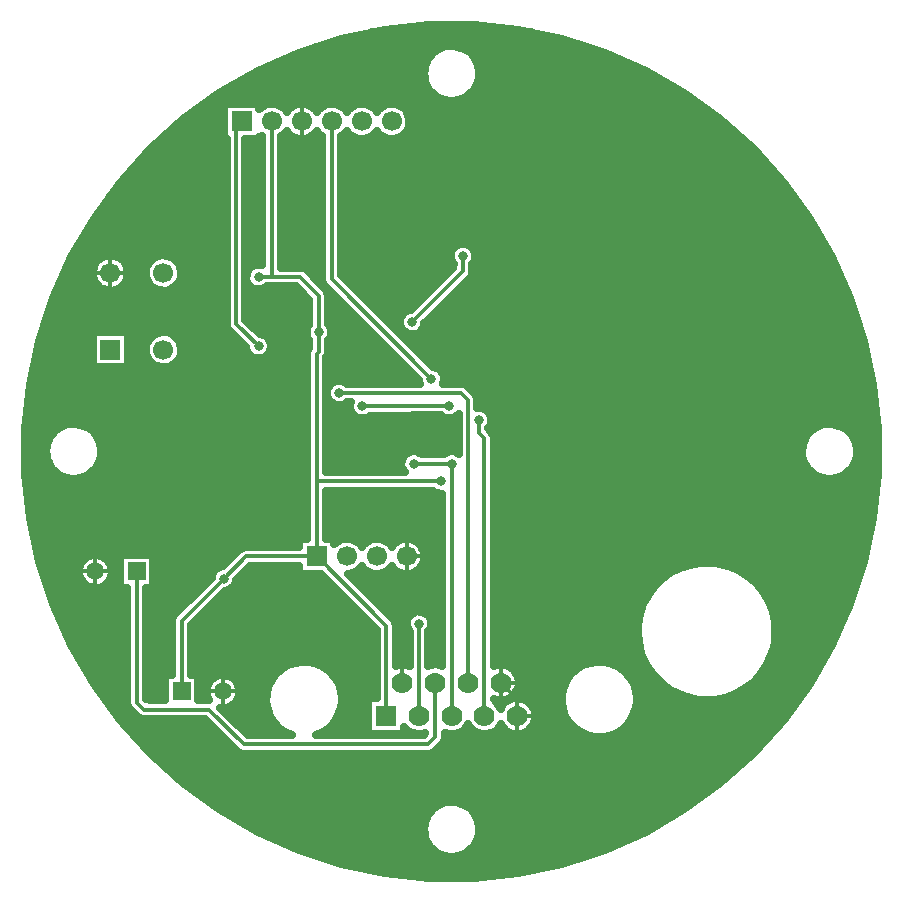
<source format=gbl>
G04 DipTrace 2.4.0.2*
%INlaunchcam.GBL*%
%MOIN*%
%ADD13C,0.0118*%
%ADD14C,0.025*%
%ADD17R,0.0591X0.0591*%
%ADD18C,0.0591*%
%ADD19R,0.0669X0.0669*%
%ADD20C,0.0669*%
%ADD29C,0.07*%
%ADD30R,0.07X0.07*%
%ADD33C,0.0315*%
%FSLAX44Y44*%
G04*
G70*
G90*
G75*
G01*
%LNBottom*%
%LPD*%
X20127Y10789D2*
D13*
X20677Y10239D1*
Y9669D1*
X16997Y14997D2*
Y13876D1*
X16857Y13736D1*
Y10789D1*
X10875Y11774D2*
Y10497D1*
X13497Y26505D2*
Y26997D1*
Y28497D1*
Y29497D1*
X21264Y16497D2*
Y17497D1*
X13497Y28497D2*
D3*
Y26997D2*
D3*
X18394Y20001D2*
X15520D1*
X9497Y10497D2*
Y12849D1*
X10902Y14255D1*
X12497Y29497D2*
Y24304D1*
X12064D1*
X14068Y22461D2*
Y21818D1*
X13997Y21747D1*
Y17497D1*
Y14997D1*
X16317Y12677D1*
Y9669D1*
X10902Y14255D2*
X11644Y14997D1*
X13997D1*
Y17497D2*
X18127D1*
X12064Y24304D2*
X13440D1*
X14068Y23676D1*
Y22461D1*
X7997Y14497D2*
Y10121D1*
X8233Y9885D1*
X10414D1*
X11571Y8727D1*
X17711D1*
X17947Y8964D1*
Y10789D1*
X17407Y9669D2*
Y12752D1*
X17184Y22809D2*
X18872Y24497D1*
Y24997D1*
X17823Y20913D2*
X14497Y24240D1*
Y29497D1*
X14753Y20441D2*
X18801D1*
X19037Y20204D1*
Y10789D1*
X19410Y19528D2*
Y19106D1*
X19587Y18929D1*
Y9669D1*
X18497Y18087D2*
Y9669D1*
X17233Y18087D2*
X18497D1*
X12060Y22001D2*
X11309Y22751D1*
Y29497D1*
X11497D1*
D33*
X15997Y31497D3*
X14997D3*
X17497Y28497D3*
X17997Y27997D3*
X15497D3*
X13497Y28497D3*
X11997D3*
X13497Y26997D3*
Y25997D3*
X12997Y24997D3*
X13997Y28497D3*
X12997D3*
X21264Y17497D3*
Y16497D3*
X10875Y11774D3*
X13497Y26505D3*
X15520Y20001D3*
X18394D3*
X10902Y14255D3*
X18127Y17497D3*
X14068Y22461D3*
X12064Y24304D3*
X17407Y12752D3*
X17823Y20913D3*
X14753Y20441D3*
X19410Y19528D3*
X17233Y18087D3*
X18497D3*
X12060Y22001D3*
X17184Y22809D3*
X18872Y24997D3*
X15857Y32462D2*
D14*
X21135D1*
X14739Y32213D2*
X22252D1*
X13974Y31965D2*
X18189D1*
X18802D2*
X23018D1*
X13267Y31716D2*
X17803D1*
X19193D2*
X23728D1*
X12708Y31467D2*
X17639D1*
X19357D2*
X24287D1*
X12150Y31219D2*
X17568D1*
X19427D2*
X24846D1*
X11696Y30970D2*
X17568D1*
X19427D2*
X25295D1*
X11267Y30721D2*
X17639D1*
X19357D2*
X25725D1*
X10837Y30473D2*
X17803D1*
X19189D2*
X26158D1*
X10482Y30224D2*
X18197D1*
X18798D2*
X26514D1*
X10138Y29975D2*
X10885D1*
X12864D2*
X13131D1*
X13864D2*
X14131D1*
X14864D2*
X15131D1*
X15864D2*
X16131D1*
X16864D2*
X26853D1*
X9794Y29726D2*
X10885D1*
X17064D2*
X27197D1*
X9474Y29478D2*
X10885D1*
X17110D2*
X27518D1*
X9200Y29229D2*
X10885D1*
X17044D2*
X27795D1*
X8923Y28980D2*
X10885D1*
X12833D2*
X13189D1*
X13802D2*
X14158D1*
X14833D2*
X15189D1*
X15802D2*
X16189D1*
X16802D2*
X28072D1*
X8646Y28732D2*
X10971D1*
X11646D2*
X12158D1*
X12833D2*
X14158D1*
X14833D2*
X28346D1*
X8388Y28483D2*
X10971D1*
X11646D2*
X12158D1*
X12833D2*
X14158D1*
X14833D2*
X28607D1*
X8161Y28234D2*
X10971D1*
X11646D2*
X12158D1*
X12833D2*
X14158D1*
X14833D2*
X28830D1*
X7939Y27986D2*
X10971D1*
X11646D2*
X12158D1*
X12833D2*
X14158D1*
X14833D2*
X29057D1*
X7716Y27737D2*
X10971D1*
X11646D2*
X12158D1*
X12833D2*
X14158D1*
X14833D2*
X29279D1*
X7489Y27488D2*
X10971D1*
X11646D2*
X12158D1*
X12833D2*
X14158D1*
X14833D2*
X29502D1*
X7306Y27240D2*
X10971D1*
X11646D2*
X12158D1*
X12833D2*
X14158D1*
X14833D2*
X29689D1*
X7122Y26991D2*
X10971D1*
X11646D2*
X12158D1*
X12833D2*
X14158D1*
X14833D2*
X29869D1*
X6943Y26742D2*
X10971D1*
X11646D2*
X12158D1*
X12833D2*
X14158D1*
X14833D2*
X30049D1*
X6763Y26494D2*
X10971D1*
X11646D2*
X12158D1*
X12833D2*
X14158D1*
X14833D2*
X30232D1*
X6583Y26245D2*
X10971D1*
X11646D2*
X12158D1*
X12833D2*
X14158D1*
X14833D2*
X30412D1*
X6439Y25996D2*
X10971D1*
X11646D2*
X12158D1*
X12833D2*
X14158D1*
X14833D2*
X30557D1*
X6294Y25747D2*
X10971D1*
X11646D2*
X12158D1*
X12833D2*
X14158D1*
X14833D2*
X30697D1*
X6150Y25499D2*
X10971D1*
X11646D2*
X12158D1*
X12833D2*
X14158D1*
X14833D2*
X30842D1*
X6009Y25250D2*
X10971D1*
X11646D2*
X12158D1*
X12833D2*
X14158D1*
X14833D2*
X18525D1*
X19220D2*
X30986D1*
X5864Y25001D2*
X6916D1*
X7321D2*
X8685D1*
X9095D2*
X10971D1*
X11646D2*
X12158D1*
X12833D2*
X14158D1*
X14833D2*
X18435D1*
X19306D2*
X31131D1*
X5747Y24753D2*
X6596D1*
X7642D2*
X8365D1*
X9415D2*
X10971D1*
X11646D2*
X12158D1*
X12833D2*
X14158D1*
X14833D2*
X18518D1*
X19228D2*
X31244D1*
X5638Y24504D2*
X6510D1*
X7728D2*
X8279D1*
X9501D2*
X10971D1*
X13704D2*
X14158D1*
X14833D2*
X18412D1*
X19208D2*
X31357D1*
X5525Y24255D2*
X6537D1*
X7700D2*
X8307D1*
X9474D2*
X10971D1*
X13954D2*
X14158D1*
X14946D2*
X18166D1*
X19095D2*
X31467D1*
X5415Y24007D2*
X6697D1*
X7540D2*
X8471D1*
X9310D2*
X10971D1*
X11646D2*
X11755D1*
X15196D2*
X17916D1*
X18849D2*
X31576D1*
X5306Y23758D2*
X10971D1*
X11646D2*
X13518D1*
X14392D2*
X14514D1*
X15446D2*
X17666D1*
X18599D2*
X31689D1*
X5204Y23509D2*
X10971D1*
X11646D2*
X13732D1*
X14403D2*
X14760D1*
X15693D2*
X17420D1*
X18349D2*
X31787D1*
X5122Y23261D2*
X10971D1*
X11646D2*
X13732D1*
X14403D2*
X15010D1*
X15943D2*
X17170D1*
X18103D2*
X31869D1*
X5044Y23012D2*
X10971D1*
X11646D2*
X13732D1*
X14403D2*
X15260D1*
X16193D2*
X16803D1*
X17853D2*
X31951D1*
X4962Y22763D2*
X10971D1*
X11763D2*
X13732D1*
X14403D2*
X15506D1*
X16439D2*
X16752D1*
X17618D2*
X32029D1*
X4880Y22515D2*
X11080D1*
X12013D2*
X13635D1*
X14501D2*
X15756D1*
X16689D2*
X16871D1*
X17493D2*
X32111D1*
X4802Y22266D2*
X6506D1*
X7732D2*
X8420D1*
X9360D2*
X11330D1*
X12400D2*
X13682D1*
X14454D2*
X16006D1*
X16939D2*
X32193D1*
X4739Y22017D2*
X6506D1*
X7732D2*
X8295D1*
X9485D2*
X11576D1*
X12493D2*
X13732D1*
X14403D2*
X16252D1*
X17185D2*
X32256D1*
X4685Y21768D2*
X6506D1*
X7732D2*
X8287D1*
X9493D2*
X11697D1*
X12423D2*
X13662D1*
X14400D2*
X16502D1*
X17435D2*
X32307D1*
X4634Y21520D2*
X6506D1*
X7732D2*
X8404D1*
X9376D2*
X13658D1*
X14333D2*
X16752D1*
X17685D2*
X32361D1*
X4579Y21271D2*
X13658D1*
X14333D2*
X16998D1*
X18048D2*
X32412D1*
X4528Y21022D2*
X13658D1*
X14333D2*
X17248D1*
X18243D2*
X32467D1*
X4474Y20774D2*
X13658D1*
X14333D2*
X14490D1*
X15017D2*
X17412D1*
X18235D2*
X32518D1*
X4443Y20525D2*
X13658D1*
X19181D2*
X32553D1*
X4415Y20276D2*
X13658D1*
X19364D2*
X32576D1*
X4392Y20028D2*
X13658D1*
X14333D2*
X15084D1*
X19372D2*
X32603D1*
X4364Y19779D2*
X13658D1*
X14333D2*
X15150D1*
X19759D2*
X32631D1*
X4337Y19530D2*
X13658D1*
X14333D2*
X18701D1*
X19845D2*
X32654D1*
X4314Y19282D2*
X5404D1*
X6392D2*
X13658D1*
X14333D2*
X18701D1*
X19763D2*
X30603D1*
X31587D2*
X32682D1*
X4308Y19033D2*
X5135D1*
X6661D2*
X13658D1*
X14333D2*
X18701D1*
X19907D2*
X30330D1*
X31860D2*
X32685D1*
X4308Y18784D2*
X5006D1*
X6790D2*
X13658D1*
X14333D2*
X18701D1*
X19923D2*
X30201D1*
X31985D2*
X32685D1*
X4308Y18536D2*
X4959D1*
X6837D2*
X13658D1*
X14333D2*
X18701D1*
X19923D2*
X30158D1*
X32032D2*
X32685D1*
X4308Y18287D2*
X4982D1*
X6814D2*
X13658D1*
X14333D2*
X16850D1*
X19923D2*
X30182D1*
X32009D2*
X32685D1*
X4308Y18038D2*
X5084D1*
X6712D2*
X13658D1*
X14333D2*
X16799D1*
X19923D2*
X30279D1*
X31911D2*
X32685D1*
X4308Y17789D2*
X5295D1*
X6501D2*
X13658D1*
X19923D2*
X30490D1*
X31700D2*
X32685D1*
X4329Y17541D2*
X13658D1*
X19923D2*
X32662D1*
X4357Y17292D2*
X13658D1*
X19923D2*
X32639D1*
X4384Y17043D2*
X13658D1*
X14333D2*
X18158D1*
X19923D2*
X32611D1*
X4407Y16795D2*
X13658D1*
X14333D2*
X18158D1*
X19923D2*
X32584D1*
X4435Y16546D2*
X13658D1*
X14333D2*
X18158D1*
X19923D2*
X32560D1*
X4462Y16297D2*
X13658D1*
X14333D2*
X18158D1*
X19923D2*
X32533D1*
X4509Y16049D2*
X13658D1*
X14333D2*
X18158D1*
X19923D2*
X32482D1*
X4564Y15800D2*
X13658D1*
X14333D2*
X18158D1*
X19923D2*
X32432D1*
X4614Y15551D2*
X13385D1*
X14610D2*
X14779D1*
X15216D2*
X15779D1*
X16216D2*
X16779D1*
X17216D2*
X18158D1*
X19923D2*
X32377D1*
X4669Y15303D2*
X11557D1*
X17525D2*
X18158D1*
X19923D2*
X32326D1*
X4724Y15054D2*
X11236D1*
X17607D2*
X18158D1*
X19923D2*
X32271D1*
X4775Y14805D2*
X6139D1*
X7099D2*
X7424D1*
X8571D2*
X10986D1*
X17575D2*
X18158D1*
X19923D2*
X32217D1*
X4857Y14557D2*
X6049D1*
X7189D2*
X7424D1*
X8571D2*
X10600D1*
X11669D2*
X13385D1*
X15411D2*
X15584D1*
X16411D2*
X16584D1*
X17411D2*
X18158D1*
X19923D2*
X25967D1*
X28025D2*
X32139D1*
X4939Y14308D2*
X6080D1*
X7157D2*
X7424D1*
X8571D2*
X10471D1*
X11423D2*
X14221D1*
X15153D2*
X18158D1*
X19923D2*
X25568D1*
X28427D2*
X32057D1*
X5017Y14059D2*
X6264D1*
X6974D2*
X7424D1*
X8571D2*
X10240D1*
X11286D2*
X14467D1*
X15400D2*
X18158D1*
X19923D2*
X25295D1*
X28696D2*
X31975D1*
X5099Y13810D2*
X7658D1*
X8333D2*
X9990D1*
X10923D2*
X14717D1*
X15650D2*
X18158D1*
X19923D2*
X25096D1*
X28900D2*
X31896D1*
X5181Y13562D2*
X7658D1*
X8333D2*
X9744D1*
X10677D2*
X14967D1*
X15900D2*
X18158D1*
X19923D2*
X24943D1*
X29052D2*
X31814D1*
X5271Y13313D2*
X7658D1*
X8333D2*
X9494D1*
X10427D2*
X15213D1*
X16146D2*
X18158D1*
X19923D2*
X24830D1*
X29161D2*
X31725D1*
X5380Y13064D2*
X7658D1*
X8333D2*
X9244D1*
X10177D2*
X15463D1*
X16396D2*
X17115D1*
X17696D2*
X18158D1*
X19923D2*
X24752D1*
X29243D2*
X31611D1*
X5493Y12816D2*
X7658D1*
X8333D2*
X9158D1*
X9931D2*
X15713D1*
X16622D2*
X16975D1*
X17837D2*
X18158D1*
X19923D2*
X24701D1*
X29290D2*
X31502D1*
X5603Y12567D2*
X7658D1*
X8333D2*
X9158D1*
X9833D2*
X15959D1*
X16653D2*
X17014D1*
X17798D2*
X18158D1*
X19923D2*
X24682D1*
X29314D2*
X31393D1*
X5712Y12318D2*
X7658D1*
X8333D2*
X9158D1*
X9833D2*
X15978D1*
X16653D2*
X17068D1*
X17743D2*
X18158D1*
X19923D2*
X24685D1*
X29306D2*
X31279D1*
X5825Y12070D2*
X7658D1*
X8333D2*
X9158D1*
X9833D2*
X15978D1*
X16653D2*
X17068D1*
X17743D2*
X18158D1*
X19923D2*
X24721D1*
X29275D2*
X31170D1*
X5962Y11821D2*
X7658D1*
X8333D2*
X9158D1*
X9833D2*
X15978D1*
X16653D2*
X17068D1*
X17743D2*
X18158D1*
X19923D2*
X24783D1*
X29212D2*
X31029D1*
X6107Y11572D2*
X7658D1*
X8333D2*
X9158D1*
X9833D2*
X15978D1*
X16653D2*
X17068D1*
X17743D2*
X18158D1*
X19923D2*
X24877D1*
X29118D2*
X30889D1*
X6251Y11324D2*
X7658D1*
X8333D2*
X9158D1*
X9833D2*
X12932D1*
X14220D2*
X15978D1*
X20431D2*
X22771D1*
X24060D2*
X25002D1*
X28989D2*
X30744D1*
X6396Y11075D2*
X7658D1*
X8333D2*
X9158D1*
X9833D2*
X12623D1*
X14532D2*
X15978D1*
X20681D2*
X22463D1*
X24372D2*
X25174D1*
X28818D2*
X30600D1*
X6536Y10826D2*
X7658D1*
X8333D2*
X8924D1*
X10071D2*
X10412D1*
X11337D2*
X12443D1*
X14708D2*
X15978D1*
X20755D2*
X22287D1*
X24548D2*
X25404D1*
X28591D2*
X30455D1*
X6704Y10578D2*
X7658D1*
X8333D2*
X8924D1*
X10071D2*
X10307D1*
X11443D2*
X12342D1*
X14810D2*
X15978D1*
X20716D2*
X22182D1*
X24650D2*
X25721D1*
X28275D2*
X30287D1*
X6888Y10329D2*
X7658D1*
X8333D2*
X8924D1*
X10071D2*
X10326D1*
X11423D2*
X12299D1*
X14857D2*
X15978D1*
X20540D2*
X22139D1*
X24696D2*
X26228D1*
X27763D2*
X30107D1*
X7068Y10080D2*
X7662D1*
X11255D2*
X12303D1*
X14849D2*
X15689D1*
X20052D2*
X20209D1*
X21142D2*
X22143D1*
X24689D2*
X29928D1*
X7247Y9831D2*
X7822D1*
X10935D2*
X12357D1*
X14794D2*
X15689D1*
X21282D2*
X22197D1*
X24634D2*
X29744D1*
X7427Y9583D2*
X8131D1*
X11181D2*
X12475D1*
X14681D2*
X15689D1*
X21298D2*
X22314D1*
X24521D2*
X29564D1*
X7646Y9334D2*
X10498D1*
X11431D2*
X12670D1*
X14485D2*
X15689D1*
X21204D2*
X22510D1*
X24325D2*
X29350D1*
X7868Y9085D2*
X10748D1*
X11681D2*
X13029D1*
X14126D2*
X15689D1*
X16946D2*
X17228D1*
X18673D2*
X19412D1*
X19763D2*
X20502D1*
X20853D2*
X22869D1*
X23966D2*
X29123D1*
X8091Y8837D2*
X10994D1*
X18255D2*
X28900D1*
X8318Y8588D2*
X11244D1*
X18036D2*
X28678D1*
X8560Y8339D2*
X28432D1*
X8837Y8091D2*
X28158D1*
X9110Y7842D2*
X27881D1*
X9388Y7593D2*
X27603D1*
X9689Y7345D2*
X27303D1*
X10032Y7096D2*
X26963D1*
X10372Y6847D2*
X26619D1*
X10716Y6598D2*
X17885D1*
X19110D2*
X26279D1*
X11134Y6350D2*
X17678D1*
X19318D2*
X25861D1*
X11564Y6101D2*
X17580D1*
X19411D2*
X25432D1*
X11993Y5852D2*
X17560D1*
X19435D2*
X24998D1*
X12532Y5604D2*
X17607D1*
X19388D2*
X24459D1*
X13091Y5355D2*
X17736D1*
X19255D2*
X23900D1*
X13735Y5106D2*
X18018D1*
X18978D2*
X23260D1*
X14501Y4858D2*
X22494D1*
X15493Y4609D2*
X21502D1*
X17036Y4360D2*
X19955D1*
X9073Y11045D2*
X9187D1*
X9185Y12849D1*
X9209Y12971D1*
X9276Y13070D1*
X10494Y14288D1*
X10500Y14339D1*
X10544Y14456D1*
X10621Y14554D1*
X10724Y14624D1*
X10843Y14661D1*
X10870D1*
X11424Y15217D1*
X11527Y15286D1*
X11644Y15309D1*
X13406D1*
X13409Y15584D1*
X13686D1*
X13685Y17500D1*
Y21747D1*
X13712Y21876D1*
X13747Y21934D1*
X13755Y22195D1*
X13690Y22301D1*
X13659Y22421D1*
X13666Y22546D1*
X13710Y22662D1*
X13755Y22721D1*
Y23543D1*
X13308Y23994D1*
X12326Y23992D1*
X12206Y23919D1*
X12084Y23894D1*
X11960Y23907D1*
X11845Y23956D1*
X11751Y24037D1*
X11686Y24143D1*
X11655Y24264D1*
X11662Y24388D1*
X11706Y24505D1*
X11782Y24603D1*
X11885Y24673D1*
X12004Y24710D1*
X12129Y24709D1*
X12184Y24691D1*
X12185Y28995D1*
X12084Y28959D1*
Y28909D1*
X11620D1*
X11621Y25372D1*
Y22883D1*
X12091Y22411D1*
X12243Y22368D1*
X12345Y22296D1*
X12420Y22197D1*
X12463Y22080D1*
X12470Y22001D1*
X12451Y21878D1*
X12397Y21766D1*
X12311Y21676D1*
X12202Y21615D1*
X12080Y21591D1*
X11956Y21603D1*
X11842Y21653D1*
X11747Y21734D1*
X11682Y21840D1*
X11651Y21965D1*
X11088Y22530D1*
X11020Y22634D1*
X10997Y22751D1*
Y28911D1*
X10909Y28909D1*
Y30084D1*
X12084D1*
Y29917D1*
X12236Y30024D1*
X12353Y30067D1*
X12477Y30084D1*
X12601Y30075D1*
X12721Y30040D1*
X12831Y29980D1*
X12925Y29899D1*
X12998Y29808D1*
X13075Y29907D1*
X13171Y29986D1*
X13282Y30044D1*
X13402Y30077D1*
X13527Y30084D1*
X13650Y30064D1*
X13766Y30019D1*
X13871Y29950D1*
X13958Y29861D1*
X13997Y29805D1*
X14042Y29869D1*
X14131Y29957D1*
X14236Y30024D1*
X14353Y30067D1*
X14477Y30084D1*
X14601Y30075D1*
X14721Y30040D1*
X14831Y29980D1*
X14925Y29899D1*
X14998Y29803D1*
X15042Y29869D1*
X15131Y29957D1*
X15236Y30024D1*
X15353Y30067D1*
X15477Y30084D1*
X15601Y30075D1*
X15721Y30040D1*
X15831Y29980D1*
X15925Y29899D1*
X15998Y29803D1*
X16042Y29869D1*
X16131Y29957D1*
X16236Y30024D1*
X16353Y30067D1*
X16477Y30084D1*
X16601Y30075D1*
X16721Y30040D1*
X16831Y29980D1*
X16925Y29899D1*
X17001Y29799D1*
X17053Y29686D1*
X17081Y29565D1*
X17084Y29497D1*
X17071Y29373D1*
X17032Y29254D1*
X16969Y29147D1*
X16884Y29055D1*
X16782Y28983D1*
X16667Y28934D1*
X16545Y28911D1*
X16420Y28914D1*
X16299Y28943D1*
X16187Y28997D1*
X16088Y29074D1*
X15999Y29187D1*
X15884Y29055D1*
X15782Y28983D1*
X15667Y28934D1*
X15545Y28911D1*
X15420Y28914D1*
X15299Y28943D1*
X15187Y28997D1*
X15088Y29074D1*
X14999Y29187D1*
X14884Y29055D1*
X14809Y28997D1*
Y24368D1*
X17858Y21320D1*
X17888Y21318D1*
X18007Y21280D1*
X18109Y21208D1*
X18184Y21109D1*
X18226Y20992D1*
X18234Y20913D1*
X18215Y20790D1*
X18196Y20751D1*
X18801Y20753D1*
X18922Y20728D1*
X19021Y20661D1*
X19257Y20425D1*
X19326Y20322D1*
X19349Y20204D1*
X19350Y19934D1*
X19475D1*
X19593Y19896D1*
X19695Y19824D1*
X19770Y19725D1*
X19812Y19608D1*
X19820Y19528D1*
X19801Y19405D1*
X19746Y19293D1*
X19722Y19268D1*
X19876Y19046D1*
X19899Y18929D1*
Y11347D1*
X20010Y11381D1*
X20135Y11392D1*
X20259Y11378D1*
X20377Y11338D1*
X20484Y11275D1*
X20577Y11191D1*
X20650Y11089D1*
X20700Y10975D1*
X20726Y10853D1*
X20728Y10739D1*
X20705Y10616D1*
X20657Y10501D1*
X20586Y10398D1*
X20496Y10312D1*
X20390Y10246D1*
X20273Y10204D1*
X20149Y10186D1*
X20025Y10195D1*
X19899Y10230D1*
X19964Y10139D1*
X20053Y10052D1*
X20132Y9922D1*
X20175Y10004D1*
X20255Y10100D1*
X20353Y10178D1*
X20464Y10233D1*
X20585Y10265D1*
X20710Y10271D1*
X20833Y10252D1*
X20949Y10207D1*
X21054Y10139D1*
X21143Y10052D1*
X21212Y9948D1*
X21258Y9831D1*
X21279Y9708D1*
X21275Y9594D1*
X21247Y9473D1*
X21194Y9360D1*
X21120Y9260D1*
X21026Y9177D1*
X20917Y9116D1*
X20798Y9078D1*
X20674Y9066D1*
X20550Y9079D1*
X20431Y9118D1*
X20323Y9180D1*
X20230Y9264D1*
X20156Y9364D1*
X20132Y9410D1*
X20077Y9318D1*
X19994Y9224D1*
X19894Y9150D1*
X19781Y9098D1*
X19659Y9070D1*
X19534Y9068D1*
X19412Y9092D1*
X19297Y9140D1*
X19194Y9211D1*
X19108Y9302D1*
X19042Y9412D1*
X18987Y9318D1*
X18904Y9224D1*
X18804Y9150D1*
X18691Y9098D1*
X18569Y9070D1*
X18444Y9068D1*
X18322Y9092D1*
X18261Y9118D1*
X18259Y8964D1*
X18234Y8842D1*
X18167Y8743D1*
X17931Y8507D1*
X17828Y8438D1*
X17711Y8415D1*
X11571D1*
X11450Y8440D1*
X11351Y8507D1*
X10282Y9576D1*
X8539Y9573D1*
X8233D1*
X8111Y9598D1*
X8012Y9664D1*
X7776Y9901D1*
X7707Y10004D1*
X7685Y10121D1*
Y13945D1*
X7448Y13948D1*
Y15045D1*
X8545D1*
Y13948D1*
X8307D1*
X8309Y11122D1*
Y10251D1*
X8483Y10197D1*
X8948Y10198D1*
Y11045D1*
X9073D1*
X9812D2*
X10045D1*
Y10197D1*
X10417Y10196D1*
X10371Y10280D1*
X10335Y10399D1*
X10327Y10524D1*
X10347Y10647D1*
X10395Y10762D1*
X10467Y10864D1*
X10561Y10946D1*
X10671Y11006D1*
X10791Y11039D1*
X10915Y11044D1*
X11038Y11020D1*
X11152Y10970D1*
X11252Y10895D1*
X11332Y10799D1*
X11389Y10688D1*
X11419Y10567D1*
X11421Y10447D1*
X11395Y10325D1*
X11343Y10211D1*
X11266Y10113D1*
X11170Y10034D1*
X11058Y9980D1*
X10936Y9952D1*
X10811D1*
X10784Y9956D1*
X11703Y9037D1*
X13169Y9040D1*
X12956Y9136D1*
X12752Y9280D1*
X12581Y9461D1*
X12449Y9673D1*
X12361Y9907D1*
X12322Y10153D1*
X12331Y10403D1*
X12390Y10645D1*
X12496Y10871D1*
X12644Y11072D1*
X12829Y11240D1*
X13043Y11368D1*
X13279Y11451D1*
X13526Y11486D1*
X13775Y11471D1*
X14016Y11407D1*
X14240Y11297D1*
X14438Y11145D1*
X14602Y10957D1*
X14726Y10740D1*
X14804Y10503D1*
X14834Y10255D1*
X14828Y10104D1*
X14779Y9860D1*
X14682Y9629D1*
X14542Y9423D1*
X14364Y9248D1*
X14155Y9112D1*
X13978Y9039D1*
X17583Y9040D1*
X17601Y9098D1*
X17479Y9070D1*
X17354Y9068D1*
X17232Y9092D1*
X17117Y9140D1*
X17014Y9211D1*
X16918Y9319D1*
X16920Y9066D1*
X15714D1*
Y10272D1*
X16007D1*
X16005Y12169D1*
Y12548D1*
X14143Y14409D1*
X13409D1*
Y14686D1*
X11774Y14685D1*
X11310Y14221D1*
X11294Y14132D1*
X11239Y14020D1*
X11153Y13930D1*
X11044Y13869D1*
X10934Y13847D1*
X9811Y12722D1*
X9809Y11048D1*
X12995Y29190D2*
X12969Y29147D1*
X12884Y29055D1*
X12809Y28997D1*
X12814Y24616D1*
X13440D1*
X13561Y24591D1*
X13660Y24525D1*
X14288Y23897D1*
X14357Y23793D1*
X14380Y23676D1*
Y22727D1*
X14428Y22658D1*
X14470Y22541D1*
X14478Y22461D1*
X14459Y22338D1*
X14404Y22226D1*
X14380Y22201D1*
Y21818D1*
X14352Y21689D1*
X14317Y21630D1*
X14309Y21372D1*
Y17805D1*
X14872Y17809D1*
X16930D1*
X16855Y17927D1*
X16824Y18047D1*
X16831Y18172D1*
X16875Y18288D1*
X16952Y18386D1*
X17054Y18457D1*
X17173Y18494D1*
X17298Y18493D1*
X17416Y18455D1*
X17496Y18398D1*
X18229Y18399D1*
X18318Y18457D1*
X18437Y18494D1*
X18562Y18493D1*
X18680Y18455D1*
X18728Y18421D1*
X18725Y19539D1*
Y19754D1*
X18645Y19676D1*
X18536Y19615D1*
X18414Y19591D1*
X18290Y19603D1*
X18176Y19653D1*
X18132Y19691D1*
X16144Y19688D1*
X15789D1*
X15662Y19615D1*
X15540Y19591D1*
X15416Y19603D1*
X15302Y19653D1*
X15208Y19734D1*
X15142Y19840D1*
X15112Y19961D1*
X15119Y20085D1*
X15134Y20125D1*
X15015Y20128D1*
X14895Y20055D1*
X14773Y20030D1*
X14649Y20043D1*
X14534Y20093D1*
X14440Y20174D1*
X14375Y20280D1*
X14344Y20401D1*
X14351Y20525D1*
X14395Y20642D1*
X14471Y20740D1*
X14574Y20810D1*
X14693Y20847D1*
X14817Y20846D1*
X14936Y20808D1*
X15015Y20752D1*
X17444Y20753D1*
X17415Y20877D1*
X14951Y23344D1*
X14276Y24019D1*
X14207Y24123D1*
X14185Y24240D1*
Y29001D1*
X14088Y29074D1*
X13999Y29187D1*
X13903Y29072D1*
X13804Y28996D1*
X13691Y28942D1*
X13570Y28914D1*
X13445Y28911D1*
X13323Y28935D1*
X13208Y28985D1*
X13106Y29057D1*
X13023Y29149D1*
X12997Y29188D1*
X14311Y15584D2*
X14584D1*
Y15417D1*
X14736Y15524D1*
X14853Y15567D1*
X14977Y15584D1*
X15101Y15575D1*
X15221Y15540D1*
X15331Y15480D1*
X15425Y15399D1*
X15498Y15303D1*
X15542Y15369D1*
X15631Y15457D1*
X15736Y15524D1*
X15853Y15567D1*
X15977Y15584D1*
X16101Y15575D1*
X16221Y15540D1*
X16331Y15480D1*
X16425Y15399D1*
X16498Y15308D1*
X16575Y15407D1*
X16671Y15486D1*
X16782Y15544D1*
X16902Y15577D1*
X17027Y15584D1*
X17150Y15564D1*
X17266Y15519D1*
X17371Y15450D1*
X17458Y15361D1*
X17524Y15256D1*
X17567Y15138D1*
X17584Y15015D1*
X17576Y14897D1*
X17542Y14777D1*
X17483Y14667D1*
X17403Y14572D1*
X17304Y14496D1*
X17191Y14442D1*
X17070Y14414D1*
X16945Y14411D1*
X16823Y14435D1*
X16708Y14485D1*
X16606Y14557D1*
X16523Y14649D1*
X16497Y14688D1*
X16384Y14555D1*
X16282Y14483D1*
X16167Y14434D1*
X16045Y14411D1*
X15920Y14414D1*
X15799Y14443D1*
X15687Y14497D1*
X15588Y14574D1*
X15499Y14687D1*
X15384Y14555D1*
X15282Y14483D1*
X15167Y14434D1*
X15025Y14411D1*
X16537Y12898D1*
X16606Y12794D1*
X16629Y12677D1*
Y11345D1*
X16716Y11375D1*
X16840Y11392D1*
X16964Y11382D1*
X17084Y11348D1*
X17095Y11343D1*
X17094Y12485D1*
X17029Y12591D1*
X16998Y12712D1*
X17005Y12836D1*
X17049Y12953D1*
X17125Y13051D1*
X17228Y13121D1*
X17347Y13158D1*
X17472Y13157D1*
X17590Y13119D1*
X17692Y13047D1*
X17767Y12948D1*
X17810Y12831D1*
X17817Y12752D1*
X17798Y12629D1*
X17743Y12517D1*
X17719Y12491D1*
Y11349D1*
X17855Y11385D1*
X17980Y11391D1*
X18103Y11372D1*
X18187Y11339D1*
X18185Y14419D1*
Y17087D1*
X18023Y17100D1*
X17908Y17149D1*
X17864Y17187D1*
X15877Y17185D1*
X14310D1*
X14309Y15587D1*
X6656Y22470D2*
X7707D1*
Y21295D1*
X6531D1*
Y22470D1*
X6656D1*
X9465Y21758D2*
X9426Y21640D1*
X9363Y21532D1*
X9278Y21441D1*
X9176Y21369D1*
X9061Y21320D1*
X8939Y21297D1*
X8814Y21300D1*
X8693Y21329D1*
X8580Y21383D1*
X8482Y21460D1*
X8402Y21556D1*
X8344Y21666D1*
X8311Y21786D1*
X8303Y21911D1*
X8323Y22034D1*
X8367Y22151D1*
X8436Y22255D1*
X8525Y22343D1*
X8630Y22409D1*
X8747Y22453D1*
X8871Y22470D1*
X8995Y22461D1*
X9115Y22426D1*
X9224Y22366D1*
X9319Y22285D1*
X9394Y22185D1*
X9447Y22072D1*
X9474Y21950D1*
X9478Y21883D1*
X9465Y21758D1*
Y24318D2*
X9426Y24199D1*
X9363Y24092D1*
X9278Y24000D1*
X9176Y23928D1*
X9061Y23879D1*
X8939Y23856D1*
X8814Y23859D1*
X8693Y23888D1*
X8580Y23942D1*
X8482Y24019D1*
X8402Y24115D1*
X8344Y24225D1*
X8311Y24346D1*
X8303Y24470D1*
X8323Y24593D1*
X8367Y24710D1*
X8436Y24814D1*
X8525Y24902D1*
X8630Y24969D1*
X8747Y25012D1*
X8871Y25029D1*
X8995Y25020D1*
X9115Y24985D1*
X9224Y24925D1*
X9319Y24844D1*
X9394Y24744D1*
X9447Y24631D1*
X9474Y24509D1*
X9478Y24442D1*
X9465Y24318D1*
X7706Y24417D2*
X7687Y24293D1*
X7643Y24177D1*
X7576Y24072D1*
X7487Y23984D1*
X7382Y23916D1*
X7265Y23872D1*
X7142Y23854D1*
X7018Y23863D1*
X6898Y23897D1*
X6788Y23956D1*
X6693Y24037D1*
X6617Y24136D1*
X6564Y24249D1*
X6535Y24370D1*
X6533Y24495D1*
X6558Y24617D1*
X6608Y24732D1*
X6680Y24833D1*
X6773Y24917D1*
X6881Y24979D1*
X7000Y25017D1*
X7124Y25029D1*
X7248Y25015D1*
X7366Y24975D1*
X7473Y24911D1*
X7564Y24825D1*
X7635Y24723D1*
X7683Y24607D1*
X7705Y24485D1*
X7706Y24417D1*
X24668Y10104D2*
X24619Y9860D1*
X24522Y9629D1*
X24382Y9423D1*
X24204Y9248D1*
X23994Y9112D1*
X23763Y9020D1*
X23517Y8975D1*
X23267Y8980D1*
X23024Y9034D1*
X22796Y9136D1*
X22592Y9280D1*
X22421Y9461D1*
X22289Y9673D1*
X22201Y9907D1*
X22161Y10153D1*
X22171Y10403D1*
X22230Y10645D1*
X22336Y10871D1*
X22484Y11072D1*
X22669Y11240D1*
X22883Y11368D1*
X23118Y11451D1*
X23366Y11486D1*
X23615Y11471D1*
X23856Y11407D1*
X24080Y11297D1*
X24278Y11145D1*
X24442Y10957D1*
X24566Y10740D1*
X24644Y10503D1*
X24674Y10255D1*
X24668Y10104D1*
X7167Y14472D2*
X7147Y14349D1*
X7100Y14233D1*
X7028Y14131D1*
X6934Y14048D1*
X6825Y13989D1*
X6705Y13955D1*
X6580Y13950D1*
X6458Y13973D1*
X6343Y14023D1*
X6243Y14097D1*
X6163Y14192D1*
X6106Y14303D1*
X6075Y14424D1*
X6073Y14549D1*
X6099Y14671D1*
X6152Y14784D1*
X6229Y14882D1*
X6326Y14960D1*
X6438Y15014D1*
X6560Y15042D1*
X6684Y15041D1*
X6806Y15012D1*
X6917Y14957D1*
X7014Y14877D1*
X7089Y14778D1*
X7141Y14665D1*
X7165Y14542D1*
X7167Y14472D1*
X19402Y5774D2*
X19376Y5651D1*
X19335Y5534D1*
X19277Y5423D1*
X19205Y5321D1*
X19120Y5230D1*
X19023Y5151D1*
X18916Y5086D1*
X18801Y5037D1*
X18681Y5003D1*
X18557Y4987D1*
X18432D1*
X18308Y5004D1*
X18188Y5038D1*
X18074Y5088D1*
X17967Y5154D1*
X17871Y5233D1*
X17786Y5324D1*
X17714Y5427D1*
X17657Y5538D1*
X17616Y5656D1*
X17591Y5778D1*
X17583Y5903D1*
X17592Y6027D1*
X17618Y6150D1*
X17661Y6267D1*
X17719Y6378D1*
X17791Y6479D1*
X17877Y6570D1*
X17975Y6648D1*
X18082Y6712D1*
X18197Y6761D1*
X18317Y6794D1*
X18441Y6810D1*
X18566Y6809D1*
X18689Y6791D1*
X18809Y6757D1*
X18924Y6706D1*
X19030Y6640D1*
X19126Y6561D1*
X19211Y6469D1*
X19282Y6366D1*
X19338Y6255D1*
X19379Y6137D1*
X19403Y6014D1*
X19410Y5898D1*
X19402Y5774D1*
X6803Y18372D2*
X6778Y18250D1*
X6736Y18132D1*
X6679Y18021D1*
X6606Y17919D1*
X6521Y17828D1*
X6424Y17749D1*
X6317Y17685D1*
X6203Y17635D1*
X6082Y17602D1*
X5959Y17585D1*
X5834D1*
X5710Y17603D1*
X5590Y17637D1*
X5475Y17687D1*
X5369Y17752D1*
X5272Y17831D1*
X5187Y17923D1*
X5116Y18025D1*
X5059Y18136D1*
X5017Y18254D1*
X4993Y18377D1*
X4985Y18501D1*
X4994Y18626D1*
X5020Y18748D1*
X5062Y18865D1*
X5120Y18976D1*
X5193Y19078D1*
X5279Y19168D1*
X5376Y19247D1*
X5483Y19311D1*
X5598Y19360D1*
X5719Y19393D1*
X5843Y19409D1*
X5967Y19408D1*
X6091Y19390D1*
X6211Y19355D1*
X6325Y19305D1*
X6431Y19239D1*
X6528Y19159D1*
X6612Y19067D1*
X6683Y18964D1*
X6740Y18853D1*
X6780Y18735D1*
X6805Y18612D1*
X6812Y18497D1*
X6803Y18372D1*
X19402Y30971D2*
X19376Y30848D1*
X19335Y30731D1*
X19277Y30620D1*
X19205Y30518D1*
X19120Y30427D1*
X19023Y30348D1*
X18916Y30283D1*
X18801Y30234D1*
X18681Y30200D1*
X18557Y30183D1*
X18432Y30184D1*
X18308Y30201D1*
X18188Y30235D1*
X18074Y30285D1*
X17967Y30350D1*
X17871Y30430D1*
X17786Y30521D1*
X17714Y30624D1*
X17657Y30735D1*
X17616Y30853D1*
X17591Y30975D1*
X17583Y31100D1*
X17592Y31224D1*
X17618Y31346D1*
X17661Y31464D1*
X17719Y31574D1*
X17791Y31676D1*
X17877Y31767D1*
X17975Y31845D1*
X18082Y31909D1*
X18197Y31958D1*
X18317Y31991D1*
X18441Y32007D1*
X18566Y32006D1*
X18689Y31988D1*
X18809Y31954D1*
X18924Y31903D1*
X19030Y31837D1*
X19126Y31758D1*
X19211Y31666D1*
X19282Y31563D1*
X19338Y31451D1*
X19379Y31333D1*
X19403Y31211D1*
X19410Y31095D1*
X19402Y30971D1*
X32000Y18372D2*
X31975Y18250D1*
X31933Y18132D1*
X31875Y18021D1*
X31803Y17919D1*
X31718Y17828D1*
X31621Y17749D1*
X31514Y17685D1*
X31399Y17635D1*
X31279Y17602D1*
X31155Y17585D1*
X31030D1*
X30907Y17603D1*
X30787Y17637D1*
X30672Y17687D1*
X30566Y17752D1*
X30469Y17831D1*
X30384Y17923D1*
X30313Y18025D1*
X30256Y18136D1*
X30214Y18254D1*
X30189Y18377D1*
X30181Y18501D1*
X30191Y18626D1*
X30217Y18748D1*
X30259Y18865D1*
X30317Y18976D1*
X30390Y19078D1*
X30476Y19168D1*
X30573Y19247D1*
X30680Y19311D1*
X30795Y19360D1*
X30916Y19393D1*
X31039Y19409D1*
X31164Y19408D1*
X31288Y19390D1*
X31408Y19355D1*
X31522Y19305D1*
X31628Y19239D1*
X31724Y19159D1*
X31809Y19067D1*
X31880Y18964D1*
X31937Y18853D1*
X31977Y18735D1*
X32002Y18612D1*
X32009Y18497D1*
X32000Y18372D1*
X29285Y12372D2*
X29258Y12123D1*
X29204Y11879D1*
X29123Y11643D1*
X29018Y11416D1*
X28888Y11203D1*
X28736Y11005D1*
X28563Y10824D1*
X28372Y10663D1*
X28164Y10525D1*
X27942Y10409D1*
X27709Y10319D1*
X27468Y10254D1*
X27221Y10216D1*
X26971Y10205D1*
X26722Y10222D1*
X26476Y10265D1*
X26236Y10335D1*
X26005Y10431D1*
X25786Y10551D1*
X25582Y10694D1*
X25394Y10859D1*
X25225Y11043D1*
X25077Y11245D1*
X24952Y11461D1*
X24852Y11690D1*
X24777Y11928D1*
X24728Y12173D1*
X24706Y12422D1*
X24712Y12672D1*
X24744Y12920D1*
X24804Y13163D1*
X24889Y13397D1*
X25000Y13621D1*
X25134Y13832D1*
X25291Y14027D1*
X25468Y14204D1*
X25662Y14360D1*
X25873Y14494D1*
X26097Y14605D1*
X26332Y14690D1*
X26575Y14749D1*
X26823Y14782D1*
X27072Y14787D1*
X27321Y14765D1*
X27566Y14716D1*
X27805Y14641D1*
X28033Y14540D1*
X28250Y14415D1*
X28451Y14268D1*
X28635Y14099D1*
X28800Y13911D1*
X28943Y13706D1*
X29063Y13487D1*
X29159Y13256D1*
X29229Y13016D1*
X29272Y12770D1*
X29288Y12497D1*
X29285Y12372D1*
X17590Y22775D2*
X17576Y22686D1*
X17521Y22574D1*
X17435Y22484D1*
X17326Y22424D1*
X17204Y22399D1*
X17080Y22412D1*
X16966Y22461D1*
X16872Y22543D1*
X16806Y22649D1*
X16776Y22769D1*
X16782Y22894D1*
X16826Y23010D1*
X16903Y23108D1*
X17006Y23179D1*
X17125Y23215D1*
X17152D1*
X18557Y24624D1*
X18559Y24730D1*
X18494Y24836D1*
X18463Y24957D1*
X18470Y25081D1*
X18514Y25198D1*
X18590Y25296D1*
X18693Y25366D1*
X18812Y25403D1*
X18937Y25402D1*
X19055Y25364D1*
X19157Y25292D1*
X19232Y25193D1*
X19275Y25076D1*
X19282Y24997D1*
X19263Y24874D1*
X19209Y24762D1*
X19184Y24737D1*
Y24497D1*
X19159Y24375D1*
X19092Y24276D1*
X17593Y22776D1*
X8430Y8434D2*
X9539Y7435D1*
X10744Y6560D1*
X12035Y5815D1*
X13396Y5209D1*
X14813Y4748D1*
X16270Y4439D1*
X17751Y4283D1*
X19241D1*
X20723Y4438D1*
X22180Y4748D1*
X23597Y5209D1*
X24958Y5814D1*
X26249Y6559D1*
X27454Y7435D1*
X28561Y8432D1*
X29558Y9539D1*
X30434Y10744D1*
X31179Y12035D1*
X31785Y13396D1*
X32245Y14813D1*
X32555Y16270D1*
X32711Y17751D1*
Y19241D1*
X32555Y20723D1*
X32245Y22180D1*
X31785Y23597D1*
X31179Y24958D1*
X30434Y26249D1*
X29558Y27454D1*
X28562Y28561D1*
X27454Y29558D1*
X26249Y30434D1*
X24959Y31179D1*
X23598Y31785D1*
X22181Y32245D1*
X20724Y32555D1*
X19242Y32711D1*
X17752D1*
X16270Y32555D1*
X14813Y32245D1*
X13396Y31785D1*
X12035Y31179D1*
X10745Y30434D1*
X9540Y29558D1*
X8432Y28562D1*
X7435Y27454D1*
X6560Y26249D1*
X5815Y24959D1*
X5209Y23598D1*
X4748Y22181D1*
X4439Y20724D1*
X4283Y19242D1*
Y17752D1*
X4438Y16270D1*
X4748Y14813D1*
X5209Y13396D1*
X5814Y12035D1*
X6559Y10745D1*
X7435Y9540D1*
X8432Y8432D1*
X10875Y11045D2*
D13*
Y9949D1*
X10327Y10497D2*
X11423D1*
X13497Y30084D2*
Y28909D1*
X16997Y15584D2*
Y14409D1*
Y14997D2*
X17584D1*
X7119Y25029D2*
Y23854D1*
X6532Y24442D2*
X7706D1*
X20127Y11392D2*
Y10186D1*
Y10789D2*
X20729D1*
X16857Y11392D2*
Y10789D1*
X20677Y10272D2*
Y9066D1*
Y9669D2*
X21279D1*
X6619Y15045D2*
Y13949D1*
X6071Y14497D2*
X7167D1*
D17*
X9497Y10497D3*
D18*
X10875D3*
D19*
X11497Y29497D3*
D20*
X12497D3*
X13497D3*
X14497D3*
X15497D3*
X16497D3*
D19*
X13997Y14997D3*
D20*
X14997D3*
X15997D3*
X16997D3*
D19*
X7119Y21883D3*
D20*
X8890D3*
Y24442D3*
X7119D3*
D29*
X20127Y10789D3*
X19037D3*
X17947D3*
X16857D3*
X20677Y9669D3*
X19587D3*
X18497D3*
X17407D3*
D30*
X16317D3*
D17*
X7997Y14497D3*
D18*
X6619D3*
M02*

</source>
